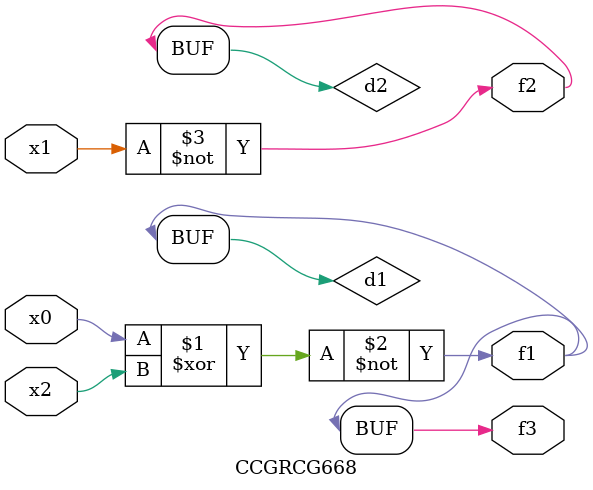
<source format=v>
module CCGRCG668(
	input x0, x1, x2,
	output f1, f2, f3
);

	wire d1, d2, d3;

	xnor (d1, x0, x2);
	nand (d2, x1);
	nor (d3, x1, x2);
	assign f1 = d1;
	assign f2 = d2;
	assign f3 = d1;
endmodule

</source>
